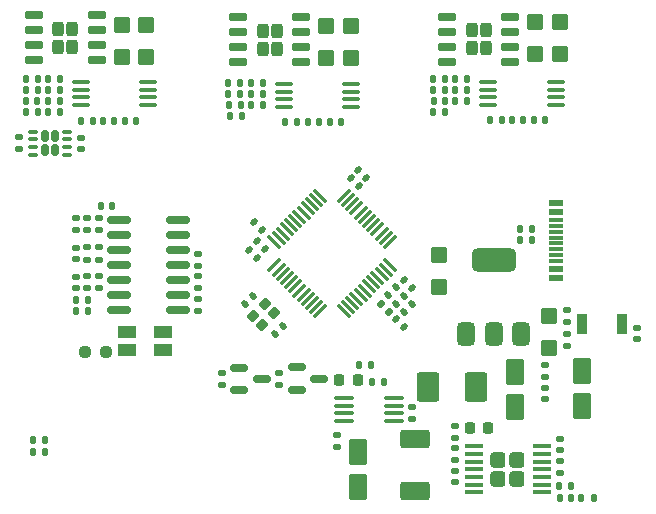
<source format=gbr>
%TF.GenerationSoftware,KiCad,Pcbnew,9.0.3*%
%TF.CreationDate,2025-08-23T19:54:00-03:00*%
%TF.ProjectId,TorqController,546f7271-436f-46e7-9472-6f6c6c65722e,rev?*%
%TF.SameCoordinates,Original*%
%TF.FileFunction,Paste,Top*%
%TF.FilePolarity,Positive*%
%FSLAX46Y46*%
G04 Gerber Fmt 4.6, Leading zero omitted, Abs format (unit mm)*
G04 Created by KiCad (PCBNEW 9.0.3) date 2025-08-23 19:54:00*
%MOMM*%
%LPD*%
G01*
G04 APERTURE LIST*
G04 Aperture macros list*
%AMRoundRect*
0 Rectangle with rounded corners*
0 $1 Rounding radius*
0 $2 $3 $4 $5 $6 $7 $8 $9 X,Y pos of 4 corners*
0 Add a 4 corners polygon primitive as box body*
4,1,4,$2,$3,$4,$5,$6,$7,$8,$9,$2,$3,0*
0 Add four circle primitives for the rounded corners*
1,1,$1+$1,$2,$3*
1,1,$1+$1,$4,$5*
1,1,$1+$1,$6,$7*
1,1,$1+$1,$8,$9*
0 Add four rect primitives between the rounded corners*
20,1,$1+$1,$2,$3,$4,$5,0*
20,1,$1+$1,$4,$5,$6,$7,0*
20,1,$1+$1,$6,$7,$8,$9,0*
20,1,$1+$1,$8,$9,$2,$3,0*%
G04 Aperture macros list end*
%ADD10RoundRect,0.135000X-0.185000X0.135000X-0.185000X-0.135000X0.185000X-0.135000X0.185000X0.135000X0*%
%ADD11RoundRect,0.140000X0.170000X-0.140000X0.170000X0.140000X-0.170000X0.140000X-0.170000X-0.140000X0*%
%ADD12RoundRect,0.250000X-0.550000X0.850000X-0.550000X-0.850000X0.550000X-0.850000X0.550000X0.850000X0*%
%ADD13RoundRect,0.135000X-0.135000X-0.185000X0.135000X-0.185000X0.135000X0.185000X-0.135000X0.185000X0*%
%ADD14RoundRect,0.160000X0.160000X0.325000X-0.160000X0.325000X-0.160000X-0.325000X0.160000X-0.325000X0*%
%ADD15RoundRect,0.075000X0.350000X0.075000X-0.350000X0.075000X-0.350000X-0.075000X0.350000X-0.075000X0*%
%ADD16RoundRect,0.135000X0.135000X0.185000X-0.135000X0.185000X-0.135000X-0.185000X0.135000X-0.185000X0*%
%ADD17RoundRect,0.100000X0.637500X0.100000X-0.637500X0.100000X-0.637500X-0.100000X0.637500X-0.100000X0*%
%ADD18RoundRect,0.250000X0.445000X-0.457500X0.445000X0.457500X-0.445000X0.457500X-0.445000X-0.457500X0*%
%ADD19RoundRect,0.135000X0.185000X-0.135000X0.185000X0.135000X-0.185000X0.135000X-0.185000X-0.135000X0*%
%ADD20RoundRect,0.250000X0.385000X0.405000X-0.385000X0.405000X-0.385000X-0.405000X0.385000X-0.405000X0*%
%ADD21RoundRect,0.100000X0.687500X0.100000X-0.687500X0.100000X-0.687500X-0.100000X0.687500X-0.100000X0*%
%ADD22RoundRect,0.140000X0.219203X0.021213X0.021213X0.219203X-0.219203X-0.021213X-0.021213X-0.219203X0*%
%ADD23RoundRect,0.140000X-0.140000X-0.170000X0.140000X-0.170000X0.140000X0.170000X-0.140000X0.170000X0*%
%ADD24RoundRect,0.140000X-0.170000X0.140000X-0.170000X-0.140000X0.170000X-0.140000X0.170000X0.140000X0*%
%ADD25RoundRect,0.150000X-0.587500X-0.150000X0.587500X-0.150000X0.587500X0.150000X-0.587500X0.150000X0*%
%ADD26RoundRect,0.225000X-0.225000X-0.250000X0.225000X-0.250000X0.225000X0.250000X-0.225000X0.250000X0*%
%ADD27RoundRect,0.100000X-0.712500X-0.100000X0.712500X-0.100000X0.712500X0.100000X-0.712500X0.100000X0*%
%ADD28RoundRect,0.140000X-0.219203X-0.021213X-0.021213X-0.219203X0.219203X0.021213X0.021213X0.219203X0*%
%ADD29RoundRect,0.250000X-0.700000X-1.000000X0.700000X-1.000000X0.700000X1.000000X-0.700000X1.000000X0*%
%ADD30RoundRect,0.242500X0.242500X0.382500X-0.242500X0.382500X-0.242500X-0.382500X0.242500X-0.382500X0*%
%ADD31RoundRect,0.150000X0.650000X0.150000X-0.650000X0.150000X-0.650000X-0.150000X0.650000X-0.150000X0*%
%ADD32RoundRect,0.140000X-0.021213X0.219203X-0.219203X0.021213X0.021213X-0.219203X0.219203X-0.021213X0*%
%ADD33R,0.900000X1.700000*%
%ADD34RoundRect,0.237500X0.250000X0.237500X-0.250000X0.237500X-0.250000X-0.237500X0.250000X-0.237500X0*%
%ADD35RoundRect,0.140000X0.140000X0.170000X-0.140000X0.170000X-0.140000X-0.170000X0.140000X-0.170000X0*%
%ADD36RoundRect,0.140000X0.021213X-0.219203X0.219203X-0.021213X-0.021213X0.219203X-0.219203X0.021213X0*%
%ADD37RoundRect,0.250000X0.550000X-0.850000X0.550000X0.850000X-0.550000X0.850000X-0.550000X-0.850000X0*%
%ADD38R,1.500000X1.100000*%
%ADD39RoundRect,0.375000X0.375000X-0.625000X0.375000X0.625000X-0.375000X0.625000X-0.375000X-0.625000X0*%
%ADD40RoundRect,0.500000X1.400000X-0.500000X1.400000X0.500000X-1.400000X0.500000X-1.400000X-0.500000X0*%
%ADD41RoundRect,0.075000X-0.415425X-0.521491X0.521491X0.415425X0.415425X0.521491X-0.521491X-0.415425X0*%
%ADD42RoundRect,0.075000X0.415425X-0.521491X0.521491X-0.415425X-0.415425X0.521491X-0.521491X0.415425X0*%
%ADD43RoundRect,0.147500X-0.226274X-0.017678X-0.017678X-0.226274X0.226274X0.017678X0.017678X0.226274X0*%
%ADD44RoundRect,0.250000X1.000000X-0.550000X1.000000X0.550000X-1.000000X0.550000X-1.000000X-0.550000X0*%
%ADD45RoundRect,0.200000X-0.035355X-0.318198X0.318198X0.035355X0.035355X0.318198X-0.318198X-0.035355X0*%
%ADD46RoundRect,0.150000X-0.825000X-0.150000X0.825000X-0.150000X0.825000X0.150000X-0.825000X0.150000X0*%
%ADD47RoundRect,0.250000X-0.445000X0.457500X-0.445000X-0.457500X0.445000X-0.457500X0.445000X0.457500X0*%
%ADD48R,1.240000X0.600000*%
%ADD49R,1.240000X0.300000*%
G04 APERTURE END LIST*
D10*
%TO.C,R35*%
X160200000Y-101340001D03*
X160200000Y-102359999D03*
%TD*%
D11*
%TO.C,C36*%
X169900000Y-107600000D03*
X169900000Y-106640000D03*
%TD*%
D12*
%TO.C,C42*%
X171750000Y-108050000D03*
X171750000Y-111050000D03*
%TD*%
D13*
%TO.C,R3*%
X145440000Y-77400000D03*
X146460000Y-77400000D03*
%TD*%
%TO.C,R5*%
X143580000Y-76450000D03*
X144600000Y-76450000D03*
%TD*%
D14*
%TO.C,U11*%
X146050000Y-82500000D03*
X146050000Y-81300000D03*
X145250000Y-82500000D03*
X145250000Y-81300000D03*
D15*
X147100000Y-82875000D03*
X147100000Y-82225000D03*
X147100000Y-81575000D03*
X147100000Y-80925000D03*
X144200000Y-80925000D03*
X144200000Y-81575000D03*
X144200000Y-82225000D03*
X144200000Y-82875000D03*
%TD*%
D16*
%TO.C,R24*%
X191659999Y-111950000D03*
X190640001Y-111950000D03*
%TD*%
D17*
%TO.C,U1*%
X188450000Y-78675000D03*
X188450000Y-78025000D03*
X188450000Y-77375000D03*
X188450000Y-76725000D03*
X182725000Y-76725000D03*
X182725000Y-77375000D03*
X182725000Y-78025000D03*
X182725000Y-78675000D03*
%TD*%
D13*
%TO.C,R13*%
X162640000Y-76800000D03*
X163660000Y-76800000D03*
%TD*%
D18*
%TO.C,C24*%
X186700000Y-74352500D03*
X186700000Y-71647500D03*
%TD*%
D19*
%TO.C,R23*%
X143050000Y-82409999D03*
X143050000Y-81390001D03*
%TD*%
D20*
%TO.C,U7*%
X185190000Y-110328409D03*
X185190000Y-108698409D03*
X183610000Y-110328409D03*
X183610000Y-108698409D03*
D21*
X187262500Y-111463409D03*
X187262500Y-110813409D03*
X187262500Y-110163409D03*
X187262500Y-109513409D03*
X187262500Y-108863409D03*
X187262500Y-108213409D03*
X187262500Y-107563409D03*
X181537500Y-107563409D03*
X181537500Y-108213409D03*
X181537500Y-108863409D03*
X181537500Y-109513409D03*
X181537500Y-110163409D03*
X181537500Y-110813409D03*
X181537500Y-111463409D03*
%TD*%
D13*
%TO.C,R4*%
X143590000Y-77400000D03*
X144610000Y-77400000D03*
%TD*%
D11*
%TO.C,C32*%
X188800000Y-107930000D03*
X188800000Y-106970000D03*
%TD*%
D22*
%TO.C,C7*%
X163158713Y-91645377D03*
X162479891Y-90966555D03*
%TD*%
D18*
%TO.C,C27*%
X171100000Y-74702500D03*
X171100000Y-71997500D03*
%TD*%
D23*
%TO.C,C58*%
X160820000Y-78700000D03*
X161780000Y-78700000D03*
%TD*%
D16*
%TO.C,R87*%
X149260000Y-80000000D03*
X148240000Y-80000000D03*
%TD*%
D13*
%TO.C,R31*%
X179940000Y-78350000D03*
X180960000Y-78350000D03*
%TD*%
%TO.C,R9*%
X179950000Y-77400000D03*
X180970000Y-77400000D03*
%TD*%
%TO.C,R20*%
X171780000Y-100700000D03*
X172800000Y-100700000D03*
%TD*%
%TO.C,R2*%
X145430000Y-76450000D03*
X146450000Y-76450000D03*
%TD*%
%TO.C,R12*%
X162640000Y-77750000D03*
X163660000Y-77750000D03*
%TD*%
D23*
%TO.C,C30*%
X167450000Y-80150000D03*
X168410000Y-80150000D03*
%TD*%
D10*
%TO.C,R37*%
X148800000Y-93190000D03*
X148800000Y-94210000D03*
%TD*%
D23*
%TO.C,C52*%
X144220000Y-108050000D03*
X145180000Y-108050000D03*
%TD*%
D24*
%TO.C,C41*%
X176300000Y-104270000D03*
X176300000Y-105230000D03*
%TD*%
D25*
%TO.C,Q1*%
X166512500Y-100900000D03*
X166512500Y-102800000D03*
X168387501Y-101850000D03*
%TD*%
D26*
%TO.C,C39*%
X170150000Y-101950000D03*
X171700000Y-101950000D03*
%TD*%
D22*
%TO.C,C2*%
X163569302Y-89300000D03*
X162890480Y-88621178D03*
%TD*%
D27*
%TO.C,U8*%
X170537500Y-103475000D03*
X170537500Y-104125000D03*
X170537500Y-104775000D03*
X170537500Y-105425000D03*
X174762500Y-105425000D03*
X174762500Y-104775000D03*
X174762500Y-104125000D03*
X174762500Y-103475000D03*
%TD*%
D11*
%TO.C,C49*%
X147850000Y-89230000D03*
X147850000Y-88270000D03*
%TD*%
D13*
%TO.C,R19*%
X172890000Y-102150000D03*
X173910000Y-102150000D03*
%TD*%
D28*
%TO.C,C3*%
X175640480Y-93477144D03*
X176319302Y-94155966D03*
%TD*%
D23*
%TO.C,C8*%
X186620000Y-79950000D03*
X187580000Y-79950000D03*
%TD*%
D29*
%TO.C,L2*%
X177650000Y-102550000D03*
X181750000Y-102550000D03*
%TD*%
D23*
%TO.C,C56*%
X143610000Y-78350000D03*
X144570000Y-78350000D03*
%TD*%
%TO.C,C57*%
X178120000Y-78350000D03*
X179080000Y-78350000D03*
%TD*%
D19*
%TO.C,R49*%
X158200000Y-94209999D03*
X158200000Y-93190001D03*
%TD*%
D17*
%TO.C,U9*%
X153962500Y-78675000D03*
X153962500Y-78025000D03*
X153962500Y-77375000D03*
X153962500Y-76725000D03*
X148237500Y-76725000D03*
X148237500Y-77375000D03*
X148237500Y-78025000D03*
X148237500Y-78675000D03*
%TD*%
D19*
%TO.C,R45*%
X149750000Y-94209999D03*
X149750000Y-93190001D03*
%TD*%
D23*
%TO.C,C29*%
X169350000Y-80150000D03*
X170310000Y-80150000D03*
%TD*%
D19*
%TO.C,R50*%
X149750000Y-91759999D03*
X149750000Y-90740001D03*
%TD*%
D28*
%TO.C,C4*%
X171090480Y-84827144D03*
X171769302Y-85505966D03*
%TD*%
D11*
%TO.C,C45*%
X187550000Y-101680000D03*
X187550000Y-100720000D03*
%TD*%
D16*
%TO.C,R26*%
X145209999Y-107050000D03*
X144190001Y-107050000D03*
%TD*%
D30*
%TO.C,U4*%
X164850000Y-73925000D03*
X164850000Y-72375000D03*
X163650000Y-73925000D03*
X163650000Y-72375000D03*
D31*
X166900000Y-75055000D03*
X166900000Y-73785000D03*
X166900000Y-72515000D03*
X166900000Y-71245000D03*
X161600000Y-71245000D03*
X161600000Y-72515000D03*
X161600000Y-73785000D03*
X161600000Y-75055000D03*
%TD*%
D19*
%TO.C,R1*%
X189400000Y-97059999D03*
X189400000Y-96040001D03*
%TD*%
D13*
%TO.C,R6*%
X178090000Y-76450000D03*
X179110000Y-76450000D03*
%TD*%
D19*
%TO.C,R46*%
X158200000Y-92309999D03*
X158200000Y-91290001D03*
%TD*%
D28*
%TO.C,C9*%
X174940480Y-96827144D03*
X175619302Y-97505966D03*
%TD*%
D19*
%TO.C,R17*%
X179950000Y-108760000D03*
X179950000Y-107740000D03*
%TD*%
D32*
%TO.C,C14*%
X162789411Y-94810589D03*
X162110589Y-95489411D03*
%TD*%
D25*
%TO.C,Q2*%
X161674999Y-100950000D03*
X161674999Y-102850000D03*
X163550000Y-101900000D03*
%TD*%
D16*
%TO.C,R22*%
X186450000Y-90150000D03*
X185430002Y-90150000D03*
%TD*%
%TO.C,R15*%
X166570000Y-80150000D03*
X165550000Y-80150000D03*
%TD*%
D33*
%TO.C,SW1*%
X190649999Y-97250000D03*
X194050001Y-97250000D03*
%TD*%
D23*
%TO.C,C1*%
X151990000Y-80000000D03*
X152950000Y-80000000D03*
%TD*%
D24*
%TO.C,C50*%
X148250000Y-81470000D03*
X148250000Y-82430000D03*
%TD*%
D18*
%TO.C,C22*%
X153800000Y-74652500D03*
X153800000Y-71947500D03*
%TD*%
D26*
%TO.C,C33*%
X181175000Y-106000000D03*
X182725000Y-106000000D03*
%TD*%
D34*
%TO.C,R58*%
X150400000Y-99600000D03*
X148575000Y-99600000D03*
%TD*%
D13*
%TO.C,R11*%
X160740000Y-76800000D03*
X161760000Y-76800000D03*
%TD*%
D11*
%TO.C,C13*%
X195300000Y-98480000D03*
X195300000Y-97520000D03*
%TD*%
D32*
%TO.C,C15*%
X165369302Y-97377144D03*
X164690480Y-98055966D03*
%TD*%
D10*
%TO.C,R34*%
X165050000Y-101380002D03*
X165050000Y-102400000D03*
%TD*%
D23*
%TO.C,C54*%
X147870000Y-95150000D03*
X148830000Y-95150000D03*
%TD*%
D10*
%TO.C,R47*%
X158200000Y-95090001D03*
X158200000Y-96109999D03*
%TD*%
%TO.C,R38*%
X148800000Y-90740000D03*
X148800000Y-91760000D03*
%TD*%
D35*
%TO.C,C47*%
X150900000Y-87250000D03*
X149940000Y-87250000D03*
%TD*%
D13*
%TO.C,R10*%
X160740000Y-77750000D03*
X161760000Y-77750000D03*
%TD*%
D11*
%TO.C,C37*%
X187550000Y-103580000D03*
X187550000Y-102620000D03*
%TD*%
D36*
%TO.C,C12*%
X174940480Y-95505966D03*
X175619302Y-94827144D03*
%TD*%
D23*
%TO.C,C28*%
X184770000Y-79950000D03*
X185730000Y-79950000D03*
%TD*%
D36*
%TO.C,C10*%
X175601069Y-96195377D03*
X176279891Y-95516555D03*
%TD*%
D37*
%TO.C,C16*%
X190650000Y-104200000D03*
X190650000Y-101200000D03*
%TD*%
D24*
%TO.C,C46*%
X189400000Y-98090000D03*
X189400000Y-99050000D03*
%TD*%
D10*
%TO.C,R39*%
X148800000Y-88230000D03*
X148800000Y-89250000D03*
%TD*%
D13*
%TO.C,R7*%
X178100000Y-77400000D03*
X179120000Y-77400000D03*
%TD*%
D19*
%TO.C,R16*%
X188800000Y-109873409D03*
X188800000Y-108853409D03*
%TD*%
D38*
%TO.C,D1*%
X152200000Y-97900000D03*
X155200000Y-97900000D03*
X155200000Y-99400000D03*
X152200000Y-99400000D03*
%TD*%
D16*
%TO.C,R14*%
X183910000Y-79950000D03*
X182890000Y-79950000D03*
%TD*%
D28*
%TO.C,C6*%
X171740480Y-84177144D03*
X172419302Y-84855966D03*
%TD*%
D16*
%TO.C,R25*%
X189759999Y-110950000D03*
X188740001Y-110950000D03*
%TD*%
D39*
%TO.C,U10*%
X180900000Y-98100000D03*
X183200000Y-98099999D03*
D40*
X183200000Y-91800001D03*
D39*
X185500000Y-98100000D03*
%TD*%
D13*
%TO.C,R30*%
X178090000Y-79300000D03*
X179110000Y-79300000D03*
%TD*%
D17*
%TO.C,U6*%
X171162500Y-78850000D03*
X171162500Y-78200000D03*
X171162500Y-77550000D03*
X171162500Y-76900000D03*
X165437500Y-76900000D03*
X165437500Y-77550000D03*
X165437500Y-78200000D03*
X165437500Y-78850000D03*
%TD*%
D16*
%TO.C,R21*%
X186459999Y-89150000D03*
X185440001Y-89150000D03*
%TD*%
D30*
%TO.C,U3*%
X182545000Y-73875000D03*
X182545000Y-72325000D03*
X181345000Y-73875000D03*
X181345000Y-72325000D03*
D31*
X184595000Y-75005000D03*
X184595000Y-73735000D03*
X184595000Y-72465000D03*
X184595000Y-71195000D03*
X179295000Y-71195000D03*
X179295000Y-72465000D03*
X179295000Y-73735000D03*
X179295000Y-75005000D03*
%TD*%
D18*
%TO.C,C26*%
X169000000Y-74702500D03*
X169000000Y-71997500D03*
%TD*%
D12*
%TO.C,C38*%
X185050000Y-101250000D03*
X185050000Y-104250000D03*
%TD*%
D35*
%TO.C,C55*%
X189740000Y-111950000D03*
X188780000Y-111950000D03*
%TD*%
D24*
%TO.C,C35*%
X179950000Y-109670000D03*
X179950000Y-110630000D03*
%TD*%
D11*
%TO.C,C51*%
X147850000Y-91730000D03*
X147850000Y-90770000D03*
%TD*%
D41*
%TO.C,U5*%
X164642015Y-92265343D03*
X164995569Y-92618897D03*
X165349122Y-92972450D03*
X165702676Y-93326004D03*
X166056229Y-93679557D03*
X166409782Y-94033110D03*
X166763336Y-94386664D03*
X167116889Y-94740217D03*
X167470442Y-95093770D03*
X167823996Y-95447324D03*
X168177549Y-95800877D03*
X168531103Y-96154431D03*
D42*
X170528679Y-96154431D03*
X170882233Y-95800877D03*
X171235786Y-95447324D03*
X171589340Y-95093770D03*
X171942893Y-94740217D03*
X172296446Y-94386664D03*
X172650000Y-94033110D03*
X173003553Y-93679557D03*
X173357106Y-93326004D03*
X173710660Y-92972450D03*
X174064213Y-92618897D03*
X174417767Y-92265343D03*
D41*
X174417767Y-90267767D03*
X174064213Y-89914213D03*
X173710660Y-89560660D03*
X173357106Y-89207106D03*
X173003553Y-88853553D03*
X172650000Y-88500000D03*
X172296446Y-88146446D03*
X171942893Y-87792893D03*
X171589340Y-87439340D03*
X171235786Y-87085786D03*
X170882233Y-86732233D03*
X170528679Y-86378679D03*
D42*
X168531103Y-86378679D03*
X168177549Y-86732233D03*
X167823996Y-87085786D03*
X167470442Y-87439340D03*
X167116889Y-87792893D03*
X166763336Y-88146446D03*
X166409782Y-88500000D03*
X166056229Y-88853553D03*
X165702676Y-89207106D03*
X165349122Y-89560660D03*
X164995569Y-89914213D03*
X164642015Y-90267767D03*
%TD*%
D13*
%TO.C,R8*%
X179940000Y-76450000D03*
X180960000Y-76450000D03*
%TD*%
D18*
%TO.C,C23*%
X151700000Y-74652500D03*
X151700000Y-71947500D03*
%TD*%
%TO.C,C25*%
X188800000Y-74352500D03*
X188800000Y-71647500D03*
%TD*%
D30*
%TO.C,U2*%
X147545000Y-73775000D03*
X147545000Y-72225000D03*
X146345000Y-73775000D03*
X146345000Y-72225000D03*
D31*
X149595000Y-74905000D03*
X149595000Y-73635000D03*
X149595000Y-72365000D03*
X149595000Y-71095000D03*
X144295000Y-71095000D03*
X144295000Y-72365000D03*
X144295000Y-73635000D03*
X144295000Y-74905000D03*
%TD*%
D43*
%TO.C,FB1*%
X173636944Y-95523608D03*
X174322838Y-96209502D03*
%TD*%
D36*
%TO.C,C11*%
X174290480Y-94805966D03*
X174969302Y-94127144D03*
%TD*%
D13*
%TO.C,R28*%
X143580000Y-79300000D03*
X144600000Y-79300000D03*
%TD*%
D44*
%TO.C,L1*%
X176550000Y-111350000D03*
X176550000Y-106950000D03*
%TD*%
D22*
%TO.C,C5*%
X163819302Y-90905966D03*
X163140480Y-90227144D03*
%TD*%
D45*
%TO.C,Y1*%
X163623825Y-97300438D03*
X164613774Y-96310489D03*
X163835957Y-95532672D03*
X162846008Y-96522621D03*
%TD*%
D23*
%TO.C,C34*%
X150140000Y-80000000D03*
X151100000Y-80000000D03*
%TD*%
D11*
%TO.C,C53*%
X147850000Y-94180000D03*
X147850000Y-93220000D03*
%TD*%
D46*
%TO.C,U13*%
X151500000Y-88380000D03*
X151500000Y-89650000D03*
X151500000Y-90920000D03*
X151500000Y-92190000D03*
X151500000Y-93460000D03*
X151500000Y-94730000D03*
X151500000Y-96000000D03*
X156450000Y-96000000D03*
X156450000Y-94730000D03*
X156450000Y-93460000D03*
X156450000Y-92190000D03*
X156450000Y-90920000D03*
X156450000Y-89650000D03*
X156450000Y-88380000D03*
%TD*%
D47*
%TO.C,C44*%
X178550000Y-91397500D03*
X178550000Y-94102500D03*
%TD*%
D13*
%TO.C,R33*%
X162640000Y-78700000D03*
X163660000Y-78700000D03*
%TD*%
%TO.C,R32*%
X160840000Y-79650000D03*
X161860000Y-79650000D03*
%TD*%
D47*
%TO.C,C43*%
X187850000Y-96547500D03*
X187850000Y-99252500D03*
%TD*%
D13*
%TO.C,R29*%
X145430000Y-78350000D03*
X146450000Y-78350000D03*
%TD*%
D23*
%TO.C,C48*%
X145490000Y-79300000D03*
X146450000Y-79300000D03*
%TD*%
D19*
%TO.C,R48*%
X149750000Y-89259999D03*
X149750000Y-88240001D03*
%TD*%
%TO.C,R18*%
X179950000Y-106860000D03*
X179950000Y-105840000D03*
%TD*%
D48*
%TO.C,P1*%
X188475000Y-93350000D03*
X188475000Y-92550000D03*
D49*
X188475000Y-91400000D03*
X188475000Y-90400000D03*
X188475000Y-89900000D03*
X188475000Y-88900000D03*
D48*
X188475000Y-87750000D03*
X188475000Y-86950000D03*
X188475000Y-86950000D03*
X188475000Y-87750000D03*
D49*
X188475000Y-88400000D03*
X188475000Y-89400000D03*
X188475000Y-90900000D03*
X188475000Y-91900000D03*
D48*
X188475000Y-92550000D03*
X188475000Y-93350000D03*
%TD*%
D16*
%TO.C,R27*%
X148859999Y-96150000D03*
X147840001Y-96150000D03*
%TD*%
M02*

</source>
